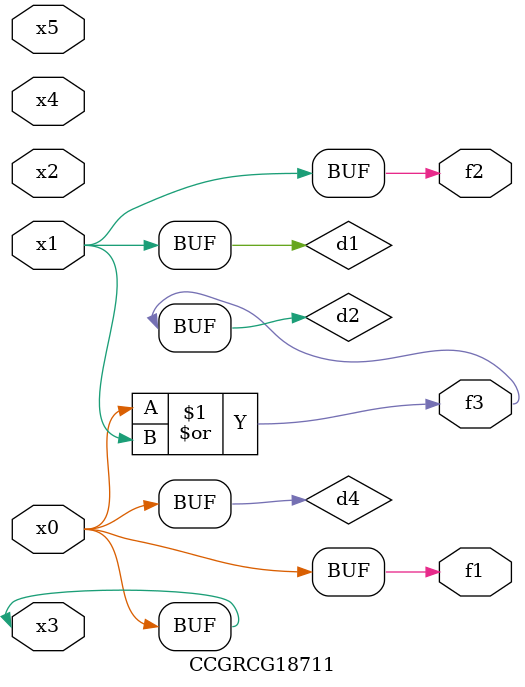
<source format=v>
module CCGRCG18711(
	input x0, x1, x2, x3, x4, x5,
	output f1, f2, f3
);

	wire d1, d2, d3, d4;

	and (d1, x1);
	or (d2, x0, x1);
	nand (d3, x0, x5);
	buf (d4, x0, x3);
	assign f1 = d4;
	assign f2 = d1;
	assign f3 = d2;
endmodule

</source>
